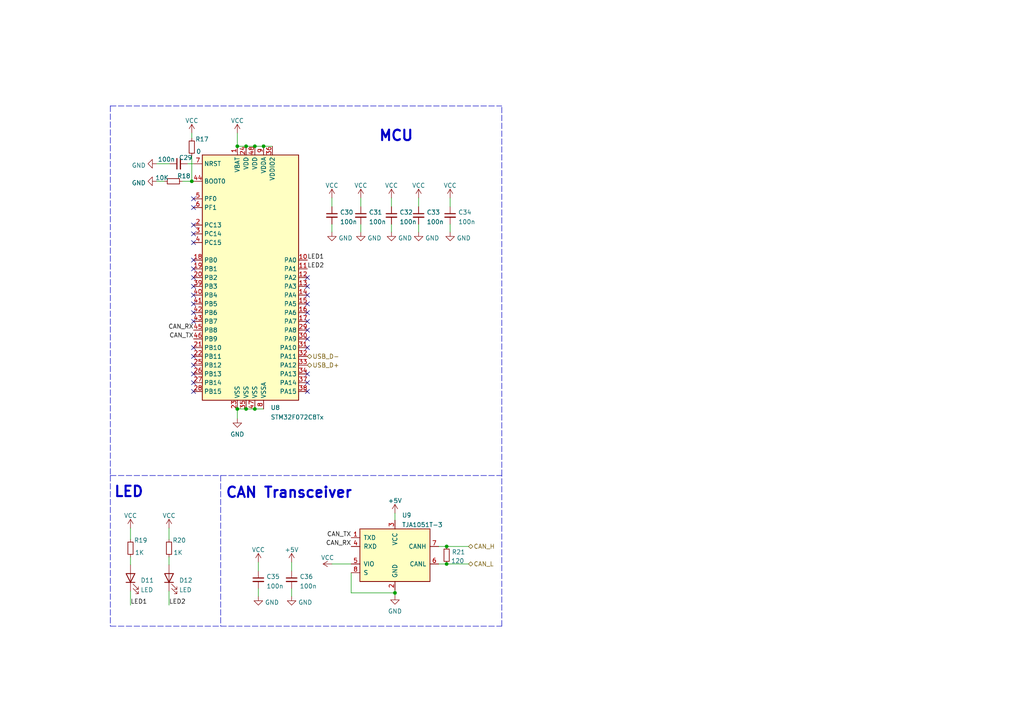
<source format=kicad_sch>
(kicad_sch (version 20211123) (generator eeschema)
  (paper "A4")
  (lib_symbols
    (symbol "Device:C_Small" (pin_numbers hide) (pin_names (offset 0.254) hide)
      (property "Reference" "C" (at 0.254 1.778 0))
      (property "Value" "C_Small" (at 0.254 -2.032 0))
      (symbol "C_Small_0_1"
        (polyline (pts (xy -1.524 -0.508) (xy 1.524 -0.508)) (stroke (width 0.3302)))
        (polyline (pts (xy -1.524 0.508) (xy 1.524 0.508)) (stroke (width 0.3048)))
      )
      (symbol "C_Small_1_1"
        (pin passive line (at 0 2.54 270) (length 2.032) (name "~") (number "1"))
        (pin passive line (at 0 -2.54 90) (length 2.032) (name "~") (number "2"))
      )
    )
    (symbol "Device:LED" (pin_numbers hide) (pin_names (offset 1.016) hide)
      (property "Reference" "D" (at 0 2.54 0))
      (property "Value" "LED" (at 0 -2.54 0))
      (symbol "LED_0_1"
        (polyline (pts (xy -1.27 -1.27) (xy -1.27 1.27)) (stroke (width 0.254)))
        (polyline (pts (xy -1.27 0) (xy 1.27 0)))
        (polyline (pts (xy 1.27 -1.27) (xy 1.27 1.27) (xy -1.27 0) (xy 1.27 -1.27)) (stroke (width 0.254)))
        (polyline (pts (xy -3.048 -0.762) (xy -4.572 -2.286) (xy -3.81 -2.286) (xy -4.572 -2.286) (xy -4.572 -1.524)))
        (polyline (pts (xy -1.778 -0.762) (xy -3.302 -2.286) (xy -2.54 -2.286) (xy -3.302 -2.286) (xy -3.302 -1.524)))
      )
      (symbol "LED_1_1"
        (pin passive line (at -3.81 0 0) (length 2.54) (name "K") (number "1"))
        (pin passive line (at 3.81 0 180) (length 2.54) (name "A") (number "2"))
      )
    )
    (symbol "Device:R_Small" (pin_numbers hide) (pin_names (offset 0.254) hide)
      (property "Reference" "R" (at 0.762 0.508 0))
      (property "Value" "R_Small" (at 0.762 -1.016 0))
      (symbol "R_Small_0_1"
        (rectangle (start -0.762 1.778) (end 0.762 -1.778) (stroke (width 0.2032)))
      )
      (symbol "R_Small_1_1"
        (pin passive line (at 0 2.54 270) (length 0.762) (name "~") (number "1"))
        (pin passive line (at 0 -2.54 90) (length 0.762) (name "~") (number "2"))
      )
    )
    (symbol "Interface_CAN_LIN:TJA1051T-3" (pin_names (offset 1.016))
      (property "Reference" "U" (at -10.16 8.89 0))
      (property "Value" "TJA1051T-3" (at 1.27 8.89 0))
      (symbol "TJA1051T-3_0_1"
        (rectangle (start -10.16 7.62) (end 10.16 -7.62) (stroke (width 0.254)) (fill (type background)))
      )
      (symbol "TJA1051T-3_1_1"
        (pin input line (at -12.7 5.08 0) (length 2.54) (name "TXD") (number "1"))
        (pin power_in line (at 0 -10.16 90) (length 2.54) (name "GND") (number "2"))
        (pin power_in line (at 0 10.16 270) (length 2.54) (name "VCC") (number "3"))
        (pin output line (at -12.7 2.54 0) (length 2.54) (name "RXD") (number "4"))
        (pin power_in line (at -12.7 -2.54 0) (length 2.54) (name "VIO") (number "5"))
        (pin bidirectional line (at 12.7 -2.54 180) (length 2.54) (name "CANL") (number "6"))
        (pin bidirectional line (at 12.7 2.54 180) (length 2.54) (name "CANH") (number "7"))
        (pin input line (at -12.7 -5.08 0) (length 2.54) (name "S") (number "8"))
      )
    )
    (symbol "MCU_ST_STM32F0:STM32F072C8Tx"
      (property "Reference" "U" (at -15.24 36.83 0))
      (property "Value" "STM32F072C8Tx" (at 7.62 36.83 0))
      (symbol "STM32F072C8Tx_0_1"
        (rectangle (start -15.24 -35.56) (end 12.7 35.56) (stroke (width 0.254)) (fill (type background)))
      )
      (symbol "STM32F072C8Tx_1_1"
        (pin power_in line (at -5.08 38.1 270) (length 2.54) (name "VBAT") (number "1"))
        (pin bidirectional line (at 15.24 5.08 180) (length 2.54) (name "PA0") (number "10"))
        (pin bidirectional line (at 15.24 2.54 180) (length 2.54) (name "PA1") (number "11"))
        (pin bidirectional line (at 15.24 0 180) (length 2.54) (name "PA2") (number "12"))
        (pin bidirectional line (at 15.24 -2.54 180) (length 2.54) (name "PA3") (number "13"))
        (pin bidirectional line (at 15.24 -5.08 180) (length 2.54) (name "PA4") (number "14"))
        (pin bidirectional line (at 15.24 -7.62 180) (length 2.54) (name "PA5") (number "15"))
        (pin bidirectional line (at 15.24 -10.16 180) (length 2.54) (name "PA6") (number "16"))
        (pin bidirectional line (at 15.24 -12.7 180) (length 2.54) (name "PA7") (number "17"))
        (pin bidirectional line (at -17.78 5.08 0) (length 2.54) (name "PB0") (number "18"))
        (pin bidirectional line (at -17.78 2.54 0) (length 2.54) (name "PB1") (number "19"))
        (pin bidirectional line (at -17.78 15.24 0) (length 2.54) (name "PC13") (number "2"))
        (pin bidirectional line (at -17.78 0 0) (length 2.54) (name "PB2") (number "20"))
        (pin bidirectional line (at -17.78 -20.32 0) (length 2.54) (name "PB10") (number "21"))
        (pin bidirectional line (at -17.78 -22.86 0) (length 2.54) (name "PB11") (number "22"))
        (pin power_in line (at -5.08 -38.1 90) (length 2.54) (name "VSS") (number "23"))
        (pin power_in line (at -2.54 38.1 270) (length 2.54) (name "VDD") (number "24"))
        (pin bidirectional line (at -17.78 -25.4 0) (length 2.54) (name "PB12") (number "25"))
        (pin bidirectional line (at -17.78 -27.94 0) (length 2.54) (name "PB13") (number "26"))
        (pin bidirectional line (at -17.78 -30.48 0) (length 2.54) (name "PB14") (number "27"))
        (pin bidirectional line (at -17.78 -33.02 0) (length 2.54) (name "PB15") (number "28"))
        (pin bidirectional line (at 15.24 -15.24 180) (length 2.54) (name "PA8") (number "29"))
        (pin bidirectional line (at -17.78 12.7 0) (length 2.54) (name "PC14") (number "3"))
        (pin bidirectional line (at 15.24 -17.78 180) (length 2.54) (name "PA9") (number "30"))
        (pin bidirectional line (at 15.24 -20.32 180) (length 2.54) (name "PA10") (number "31"))
        (pin bidirectional line (at 15.24 -22.86 180) (length 2.54) (name "PA11") (number "32"))
        (pin bidirectional line (at 15.24 -25.4 180) (length 2.54) (name "PA12") (number "33"))
        (pin bidirectional line (at 15.24 -27.94 180) (length 2.54) (name "PA13") (number "34"))
        (pin power_in line (at -2.54 -38.1 90) (length 2.54) (name "VSS") (number "35"))
        (pin power_in line (at 5.08 38.1 270) (length 2.54) (name "VDDIO2") (number "36"))
        (pin bidirectional line (at 15.24 -30.48 180) (length 2.54) (name "PA14") (number "37"))
        (pin bidirectional line (at 15.24 -33.02 180) (length 2.54) (name "PA15") (number "38"))
        (pin bidirectional line (at -17.78 -2.54 0) (length 2.54) (name "PB3") (number "39"))
        (pin bidirectional line (at -17.78 10.16 0) (length 2.54) (name "PC15") (number "4"))
        (pin bidirectional line (at -17.78 -5.08 0) (length 2.54) (name "PB4") (number "40"))
        (pin bidirectional line (at -17.78 -7.62 0) (length 2.54) (name "PB5") (number "41"))
        (pin bidirectional line (at -17.78 -10.16 0) (length 2.54) (name "PB6") (number "42"))
        (pin bidirectional line (at -17.78 -12.7 0) (length 2.54) (name "PB7") (number "43"))
        (pin input line (at -17.78 27.94 0) (length 2.54) (name "BOOT0") (number "44"))
        (pin bidirectional line (at -17.78 -15.24 0) (length 2.54) (name "PB8") (number "45"))
        (pin bidirectional line (at -17.78 -17.78 0) (length 2.54) (name "PB9") (number "46"))
        (pin power_in line (at 0 -38.1 90) (length 2.54) (name "VSS") (number "47"))
        (pin power_in line (at 0 38.1 270) (length 2.54) (name "VDD") (number "48"))
        (pin input line (at -17.78 22.86 0) (length 2.54) (name "PF0") (number "5"))
        (pin input line (at -17.78 20.32 0) (length 2.54) (name "PF1") (number "6"))
        (pin input line (at -17.78 33.02 0) (length 2.54) (name "NRST") (number "7"))
        (pin power_in line (at 2.54 -38.1 90) (length 2.54) (name "VSSA") (number "8"))
        (pin power_in line (at 2.54 38.1 270) (length 2.54) (name "VDDA") (number "9"))
      )
    )
    (symbol "power:+5V" (power) (pin_names (offset 0))
      (property "Value" "+5V" (at 0 3.556 0))
      (symbol "+5V_0_1"
        (polyline (pts (xy -0.762 1.27) (xy 0 2.54)))
        (polyline (pts (xy 0 0) (xy 0 2.54)))
        (polyline (pts (xy 0 2.54) (xy 0.762 1.27)))
      )
      (symbol "+5V_1_1"
        (pin power_in line (at 0 0 90) (length 0) hide (name "+5V") (number "1"))
      )
    )
    (symbol "power:GND" (power) (pin_names (offset 0))
      (property "Value" "GND" (at 0 -3.81 0))
      (symbol "GND_0_1"
        (polyline (pts (xy 0 0) (xy 0 -1.27) (xy 1.27 -1.27) (xy 0 -2.54) (xy -1.27 -1.27) (xy 0 -1.27)))
      )
      (symbol "GND_1_1"
        (pin power_in line (at 0 0 270) (length 0) hide (name "GND") (number "1"))
      )
    )
    (symbol "power:VCC" (power) (pin_names (offset 0))
      (property "Value" "VCC" (at 0 3.81 0))
      (symbol "VCC_0_1"
        (polyline (pts (xy -0.762 1.27) (xy 0 2.54)))
        (polyline (pts (xy 0 0) (xy 0 2.54)))
        (polyline (pts (xy 0 2.54) (xy 0.762 1.27)))
      )
      (symbol "VCC_1_1"
        (pin power_in line (at 0 0 90) (length 0) hide (name "VCC") (number "1"))
      )
    )
  )
  (junction (at 114.554 171.958))
  (junction (at 71.374 42.418))
  (junction (at 129.54 163.576))
  (junction (at 73.914 42.418))
  (junction (at 76.454 42.418))
  (junction (at 73.914 118.618))
  (junction (at 71.374 118.618))
  (junction (at 129.54 158.496))
  (junction (at 68.834 118.618))
  (junction (at 55.626 52.578))
  (junction (at 68.834 42.418))
  (no_connect (at 56.134 70.358))
  (no_connect (at 56.134 88.138))
  (no_connect (at 56.134 77.978))
  (no_connect (at 89.154 85.598))
  (no_connect (at 89.154 95.758))
  (no_connect (at 89.154 90.678))
  (no_connect (at 56.134 90.678))
  (no_connect (at 56.134 93.218))
  (no_connect (at 56.134 85.598))
  (no_connect (at 56.134 67.818))
  (no_connect (at 56.134 103.378))
  (no_connect (at 56.134 75.438))
  (no_connect (at 56.134 113.538))
  (no_connect (at 56.134 80.518))
  (no_connect (at 56.134 105.918))
  (no_connect (at 89.154 108.458))
  (no_connect (at 89.154 110.998))
  (no_connect (at 89.154 100.838))
  (no_connect (at 89.154 88.138))
  (no_connect (at 56.134 60.198))
  (no_connect (at 89.154 113.538))
  (no_connect (at 56.134 108.458))
  (no_connect (at 89.154 83.058))
  (no_connect (at 89.154 80.518))
  (no_connect (at 89.154 93.218))
  (no_connect (at 56.134 100.838))
  (no_connect (at 56.134 83.058))
  (no_connect (at 56.134 57.658))
  (no_connect (at 56.134 65.278))
  (no_connect (at 56.134 110.998))
  (no_connect (at 89.154 98.298))
  (wire (pts (xy 52.832 52.578) (xy 55.626 52.578)))
  (wire (pts (xy 49.022 171.45) (xy 49.022 175.514)))
  (wire (pts (xy 73.914 42.418) (xy 76.454 42.418)))
  (wire (pts (xy 55.626 52.578) (xy 56.134 52.578)))
  (wire (pts (xy 54.356 47.498) (xy 56.134 47.498)))
  (wire (pts (xy 127.254 158.496) (xy 129.54 158.496)))
  (wire (pts (xy 68.834 42.418) (xy 71.374 42.418)))
  (polyline (pts (xy 64.008 137.922) (xy 64.008 181.61)))
  (wire (pts (xy 73.914 118.618) (xy 76.454 118.618)))
  (wire (pts (xy 114.554 171.196) (xy 114.554 171.958)))
  (wire (pts (xy 104.648 65.024) (xy 104.648 67.31)))
  (wire (pts (xy 55.626 38.608) (xy 55.626 40.132)))
  (polyline (pts (xy 32.004 30.734) (xy 32.004 137.922)))
  (wire (pts (xy 96.266 57.404) (xy 96.266 59.944)))
  (polyline (pts (xy 32.004 30.734) (xy 145.542 30.734)))
  (wire (pts (xy 68.834 118.618) (xy 71.374 118.618)))
  (polyline (pts (xy 32.004 137.922) (xy 145.542 137.922)))
  (wire (pts (xy 121.412 65.024) (xy 121.412 67.31)))
  (wire (pts (xy 130.556 65.024) (xy 130.556 67.31)))
  (wire (pts (xy 49.022 153.162) (xy 49.022 156.464)))
  (wire (pts (xy 129.54 158.496) (xy 135.89 158.496)))
  (wire (pts (xy 71.374 42.418) (xy 73.914 42.418)))
  (wire (pts (xy 84.582 170.688) (xy 84.582 172.974)))
  (wire (pts (xy 121.412 57.404) (xy 121.412 59.944)))
  (wire (pts (xy 104.648 57.404) (xy 104.648 59.944)))
  (wire (pts (xy 37.846 161.544) (xy 37.846 163.83)))
  (wire (pts (xy 37.846 171.45) (xy 37.846 175.514)))
  (wire (pts (xy 101.854 171.958) (xy 114.554 171.958)))
  (wire (pts (xy 76.454 42.418) (xy 78.994 42.418)))
  (polyline (pts (xy 32.004 137.922) (xy 32.004 181.61)))
  (wire (pts (xy 101.854 166.116) (xy 101.854 171.958)))
  (polyline (pts (xy 145.542 137.922) (xy 145.542 30.734)))
  (wire (pts (xy 45.466 47.498) (xy 49.276 47.498)))
  (wire (pts (xy 68.834 118.618) (xy 68.834 121.412)))
  (wire (pts (xy 113.538 57.404) (xy 113.538 59.944)))
  (wire (pts (xy 129.54 163.576) (xy 135.89 163.576)))
  (wire (pts (xy 55.626 45.212) (xy 55.626 52.578)))
  (polyline (pts (xy 32.004 181.61) (xy 145.542 181.61)))
  (wire (pts (xy 84.582 163.068) (xy 84.582 165.608)))
  (wire (pts (xy 74.93 170.688) (xy 74.93 172.974)))
  (wire (pts (xy 113.538 65.024) (xy 113.538 67.31)))
  (wire (pts (xy 114.554 171.958) (xy 114.554 172.72)))
  (wire (pts (xy 130.556 57.404) (xy 130.556 59.944)))
  (wire (pts (xy 71.374 118.618) (xy 73.914 118.618)))
  (wire (pts (xy 68.834 38.608) (xy 68.834 42.418)))
  (wire (pts (xy 127.254 163.576) (xy 129.54 163.576)))
  (wire (pts (xy 49.022 161.544) (xy 49.022 163.83)))
  (wire (pts (xy 74.93 163.068) (xy 74.93 165.608)))
  (wire (pts (xy 114.554 148.844) (xy 114.554 150.876)))
  (polyline (pts (xy 145.542 181.61) (xy 145.542 137.922)))
  (wire (pts (xy 96.266 65.024) (xy 96.266 67.31)))
  (wire (pts (xy 96.266 163.576) (xy 101.854 163.576)))
  (wire (pts (xy 45.466 52.578) (xy 47.752 52.578)))
  (wire (pts (xy 37.846 153.162) (xy 37.846 156.464)))
  (text "CAN Transceiver" (at 65.278 144.78 0) (effects (font (size 3 3) (thickness 0.6) bold) (justify left bottom)))
  (text "LED" (at 32.893 144.526 0) (effects (font (size 3 3) (thickness 0.6) bold) (justify left bottom)))
  (text "MCU" (at 109.728 41.275 0) (effects (font (size 3 3) (thickness 0.6) bold) (justify left bottom)))
  (label "CAN_TX" (at 56.134 98.298 180))
  (label "LED2" (at 89.154 77.978 0))
  (label "LED2" (at 49.022 175.514 0))
  (label "LED1" (at 37.846 175.514 0))
  (label "CAN_TX" (at 101.854 155.956 180))
  (label "LED1" (at 89.154 75.438 0))
  (label "CAN_RX" (at 101.854 158.496 180))
  (label "CAN_RX" (at 56.134 95.758 180))
  (hierarchical_label "CAN_L" (shape bidirectional) (at 135.89 163.576 0))
  (hierarchical_label "CAN_H" (shape bidirectional) (at 135.89 158.496 0))
  (hierarchical_label "USB_D+" (shape bidirectional) (at 89.154 105.918 0))
  (hierarchical_label "USB_D-" (shape bidirectional) (at 89.154 103.378 0))
  (symbol (lib_id "power:GND") (at 45.466 47.498 270) (unit 1)
    (property "Reference" "#PWR089" (effects hide))
    (property "Value" "GND" (at 42.2911 47.977 90) (effects (justify right)))
  )
  (symbol (lib_id "power:GND") (at 45.466 52.578 270) (unit 1)
    (property "Reference" "#PWR090" (effects hide))
    (property "Value" "GND" (at 42.2911 53.057 90) (effects (justify right)))
  )
  (symbol (lib_id "Device:C_Small") (at 84.582 168.148 0) (unit 1)
    (property "Reference" "C36" (at 86.9061 167.2458 0) (effects (justify left)))
    (property "Value" "100n" (at 86.9061 170.0209 0) (effects (justify left)))
    (property "Footprint" "Capacitor_SMD:C_0603_1608Metric" (effects hide))
  )
  (symbol (lib_id "power:VCC") (at 49.022 153.162 0) (unit 1)
    (property "Reference" "#PWR0104" (effects hide))
    (property "Value" "VCC" (at 49.022 149.5575 0))
  )
  (symbol (lib_id "power:GND") (at 113.538 67.31 0) (unit 1)
    (property "Reference" "#PWR098" (effects hide))
    (property "Value" "GND" (at 115.443 69.059 0) (effects (justify left)))
  )
  (symbol (lib_id "power:GND") (at 121.412 67.31 0) (unit 1)
    (property "Reference" "#PWR099" (effects hide))
    (property "Value" "GND" (at 123.317 69.059 0) (effects (justify left)))
  )
  (symbol (lib_id "power:GND") (at 68.834 121.412 0) (unit 1)
    (property "Reference" "#PWR0101" (effects hide))
    (property "Value" "GND" (at 68.834 125.9745 0))
  )
  (symbol (lib_id "Device:C_Small") (at 113.538 62.484 0) (unit 1)
    (property "Reference" "C32" (at 115.8621 61.5818 0) (effects (justify left)))
    (property "Value" "100n" (at 115.8621 64.3569 0) (effects (justify left)))
    (property "Footprint" "Capacitor_SMD:C_0603_1608Metric" (effects hide))
  )
  (symbol (lib_id "Device:R_Small") (at 50.292 52.578 90) (unit 1)
    (property "Reference" "R18" (at 53.34 51.054 90))
    (property "Value" "10K" (at 46.99 51.562 90))
    (property "Footprint" "Resistor_SMD:R_0603_1608Metric" (effects hide))
  )
  (symbol (lib_id "Device:C_Small") (at 104.648 62.484 0) (unit 1)
    (property "Reference" "C31" (at 106.9721 61.5818 0) (effects (justify left)))
    (property "Value" "100n" (at 106.9721 64.3569 0) (effects (justify left)))
    (property "Footprint" "Capacitor_SMD:C_0603_1608Metric" (effects hide))
  )
  (symbol (lib_id "power:VCC") (at 96.266 57.404 0) (unit 1)
    (property "Reference" "#PWR091" (effects hide))
    (property "Value" "VCC" (at 96.266 53.7995 0))
  )
  (symbol (lib_id "power:+5V") (at 84.582 163.068 0) (unit 1)
    (property "Reference" "#PWR0106" (effects hide))
    (property "Value" "+5V" (at 84.582 159.4635 0))
  )
  (symbol (lib_id "power:VCC") (at 113.538 57.404 0) (unit 1)
    (property "Reference" "#PWR093" (effects hide))
    (property "Value" "VCC" (at 113.538 53.7995 0))
  )
  (symbol (lib_id "power:GND") (at 114.554 172.72 0) (unit 1)
    (property "Reference" "#PWR0108" (effects hide))
    (property "Value" "GND" (at 114.554 177.2825 0))
  )
  (symbol (lib_id "power:VCC") (at 130.556 57.404 0) (unit 1)
    (property "Reference" "#PWR095" (effects hide))
    (property "Value" "VCC" (at 130.556 53.7995 0))
  )
  (symbol (lib_id "power:VCC") (at 68.834 38.608 0) (unit 1)
    (property "Reference" "#PWR088" (effects hide))
    (property "Value" "VCC" (at 68.834 35.0035 0))
  )
  (symbol (lib_id "Interface_CAN_LIN:TJA1051T-3") (at 114.554 161.036 0) (unit 1)
    (property "Reference" "U9" (at 116.5734 149.4495 0) (effects (justify left)))
    (property "Value" "TJA1051T-3" (at 116.5734 152.2246 0) (effects (justify left)))
    (property "Footprint" "Package_SO:SOIC-8_3.9x4.9mm_P1.27mm" (effects hide))
    (property "Datasheet" "http://www.nxp.com/documents/data_sheet/TJA1051.pdf" (effects hide))
  )
  (symbol (lib_id "Device:R_Small") (at 129.54 161.036 0) (unit 1)
    (property "Reference" "R21" (at 131.0386 160.1275 0) (effects (justify left)))
    (property "Value" "120" (at 130.81 162.687 0) (effects (justify left)))
    (property "Footprint" "Resistor_SMD:R_0603_1608Metric" (effects hide))
  )
  (symbol (lib_id "Device:C_Small") (at 121.412 62.484 0) (unit 1)
    (property "Reference" "C33" (at 123.7361 61.5818 0) (effects (justify left)))
    (property "Value" "100n" (at 123.7361 64.3569 0) (effects (justify left)))
    (property "Footprint" "Capacitor_SMD:C_0603_1608Metric" (effects hide))
  )
  (symbol (lib_id "power:GND") (at 96.266 67.31 0) (unit 1)
    (property "Reference" "#PWR096" (effects hide))
    (property "Value" "GND" (at 98.171 69.059 0) (effects (justify left)))
  )
  (symbol (lib_id "power:VCC") (at 74.93 163.068 0) (unit 1)
    (property "Reference" "#PWR0105" (effects hide))
    (property "Value" "VCC" (at 74.93 159.4635 0))
  )
  (symbol (lib_id "Device:R_Small") (at 37.846 159.004 180) (unit 1)
    (property "Reference" "R19" (at 38.862 156.718 0) (effects (justify right)))
    (property "Value" "1K" (at 39.116 160.274 0) (effects (justify right)))
    (property "Footprint" "Resistor_SMD:R_0603_1608Metric" (effects hide))
  )
  (symbol (lib_id "power:+5V") (at 114.554 148.844 0) (unit 1)
    (property "Reference" "#PWR0102" (effects hide))
    (property "Value" "+5V" (at 114.554 145.2395 0))
  )
  (symbol (lib_id "Device:C_Small") (at 96.266 62.484 0) (unit 1)
    (property "Reference" "C30" (at 98.5901 61.5818 0) (effects (justify left)))
    (property "Value" "100n" (at 98.5901 64.3569 0) (effects (justify left)))
    (property "Footprint" "Capacitor_SMD:C_0603_1608Metric" (effects hide))
  )
  (symbol (lib_id "power:VCC") (at 37.846 153.162 0) (unit 1)
    (property "Reference" "#PWR0103" (effects hide))
    (property "Value" "VCC" (at 37.846 149.5575 0))
  )
  (symbol (lib_id "power:GND") (at 130.556 67.31 0) (unit 1)
    (property "Reference" "#PWR0100" (effects hide))
    (property "Value" "GND" (at 132.461 69.059 0) (effects (justify left)))
  )
  (symbol (lib_id "Device:C_Small") (at 74.93 168.148 0) (unit 1)
    (property "Reference" "C35" (at 77.2541 167.2458 0) (effects (justify left)))
    (property "Value" "100n" (at 77.2541 170.0209 0) (effects (justify left)))
    (property "Footprint" "Capacitor_SMD:C_0603_1608Metric" (effects hide))
  )
  (symbol (lib_id "Device:C_Small") (at 130.556 62.484 0) (unit 1)
    (property "Reference" "C34" (at 132.8801 61.5818 0) (effects (justify left)))
    (property "Value" "100n" (at 132.8801 64.3569 0) (effects (justify left)))
    (property "Footprint" "Capacitor_SMD:C_0603_1608Metric" (effects hide))
  )
  (symbol (lib_id "Device:LED") (at 49.022 167.64 90) (unit 1)
    (property "Reference" "D12" (at 51.943 168.319 90) (effects (justify right)))
    (property "Value" "LED" (at 51.943 171.0941 90) (effects (justify right)))
    (property "Footprint" "LED_SMD:LED_0603_1608Metric" (effects hide))
  )
  (symbol (lib_id "Device:R_Small") (at 55.626 42.672 180) (unit 1)
    (property "Reference" "R17" (at 56.642 40.386 0) (effects (justify right)))
    (property "Value" "0" (at 56.896 43.942 0) (effects (justify right)))
    (property "Footprint" "Resistor_SMD:R_0603_1608Metric" (effects hide))
  )
  (symbol (lib_id "MCU_ST_STM32F0:STM32F072C8Tx") (at 73.914 80.518 0) (unit 1)
    (property "Reference" "U8" (at 78.4734 118.2275 0) (effects (justify left)))
    (property "Value" "STM32F072C8Tx" (at 78.4734 121.0026 0) (effects (justify left)))
    (property "Footprint" "Package_QFP:LQFP-48_7x7mm_P0.5mm" (effects hide))
    (property "Datasheet" "http://www.st.com/st-web-ui/static/active/en/resource/technical/document/datasheet/DM00090510.pdf" (effects hide))
  )
  (symbol (lib_id "power:VCC") (at 55.626 38.608 0) (unit 1)
    (property "Reference" "#PWR087" (effects hide))
    (property "Value" "VCC" (at 55.626 35.0035 0))
  )
  (symbol (lib_id "power:GND") (at 104.648 67.31 0) (unit 1)
    (property "Reference" "#PWR097" (effects hide))
    (property "Value" "GND" (at 106.553 69.059 0) (effects (justify left)))
  )
  (symbol (lib_id "power:GND") (at 84.582 172.974 0) (unit 1)
    (property "Reference" "#PWR0110" (effects hide))
    (property "Value" "GND" (at 86.487 174.723 0) (effects (justify left)))
  )
  (symbol (lib_id "Device:R_Small") (at 49.022 159.004 180) (unit 1)
    (property "Reference" "R20" (at 50.038 156.718 0) (effects (justify right)))
    (property "Value" "1K" (at 50.292 160.274 0) (effects (justify right)))
    (property "Footprint" "Resistor_SMD:R_0603_1608Metric" (effects hide))
  )
  (symbol (lib_id "power:VCC") (at 104.648 57.404 0) (unit 1)
    (property "Reference" "#PWR092" (effects hide))
    (property "Value" "VCC" (at 104.648 53.7995 0))
  )
  (symbol (lib_id "Device:C_Small") (at 51.816 47.498 90) (unit 1)
    (property "Reference" "C29" (at 53.848 45.72 90))
    (property "Value" "100n" (at 48.26 46.228 90))
    (property "Footprint" "Capacitor_SMD:C_0603_1608Metric" (effects hide))
  )
  (symbol (lib_id "power:GND") (at 74.93 172.974 0) (unit 1)
    (property "Reference" "#PWR0109" (effects hide))
    (property "Value" "GND" (at 76.835 174.723 0) (effects (justify left)))
  )
  (symbol (lib_id "Device:LED") (at 37.846 167.64 90) (unit 1)
    (property "Reference" "D11" (at 40.767 168.319 90) (effects (justify right)))
    (property "Value" "LED" (at 40.767 171.0941 90) (effects (justify right)))
    (property "Footprint" "LED_SMD:LED_0603_1608Metric" (effects hide))
  )
  (symbol (lib_id "power:VCC") (at 121.412 57.404 0) (unit 1)
    (property "Reference" "#PWR094" (effects hide))
    (property "Value" "VCC" (at 121.412 53.7995 0))
  )
  (symbol (lib_id "power:VCC") (at 96.266 163.576 90) (mirror x) (unit 1)
    (property "Reference" "#PWR0107" (effects hide))
    (property "Value" "VCC" (at 94.996 161.7495 90))
  )
)
</source>
